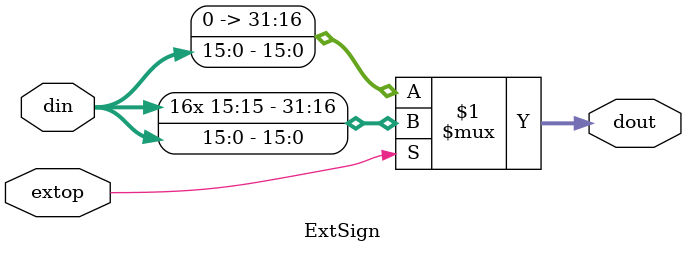
<source format=v>
`timescale 1ns / 1ps


module ExtSign(din, extop, dout);
    input [15:0] din;
    input extop;
    output [31:0] dout;
    
    assign dout = (extop)? {{16{din[15]}} ,din}:{16'b0 , din};
endmodule

</source>
